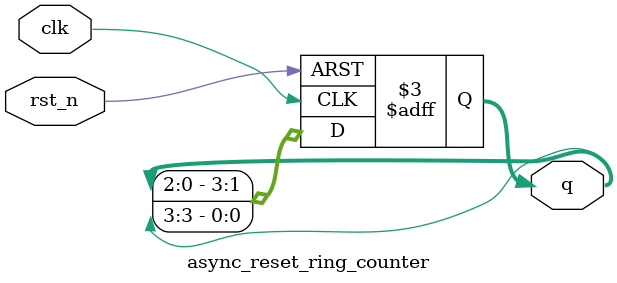
<source format=sv>
module async_reset_ring_counter(
    input wire clk,
    input wire rst_n, // Active-low reset
    output reg [3:0] q
);
    always @(posedge clk or negedge rst_n) begin
        if (!rst_n)
            q <= 4'b0001; // Reset to initial state
        else
            q <= {q[2:0], q[3]}; // Circular shift
    end
endmodule
</source>
